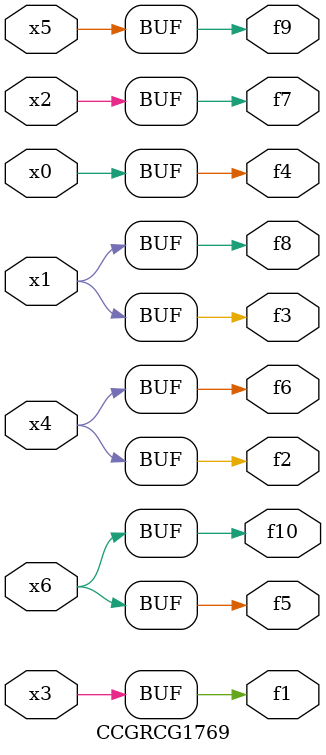
<source format=v>
module CCGRCG1769(
	input x0, x1, x2, x3, x4, x5, x6,
	output f1, f2, f3, f4, f5, f6, f7, f8, f9, f10
);
	assign f1 = x3;
	assign f2 = x4;
	assign f3 = x1;
	assign f4 = x0;
	assign f5 = x6;
	assign f6 = x4;
	assign f7 = x2;
	assign f8 = x1;
	assign f9 = x5;
	assign f10 = x6;
endmodule

</source>
